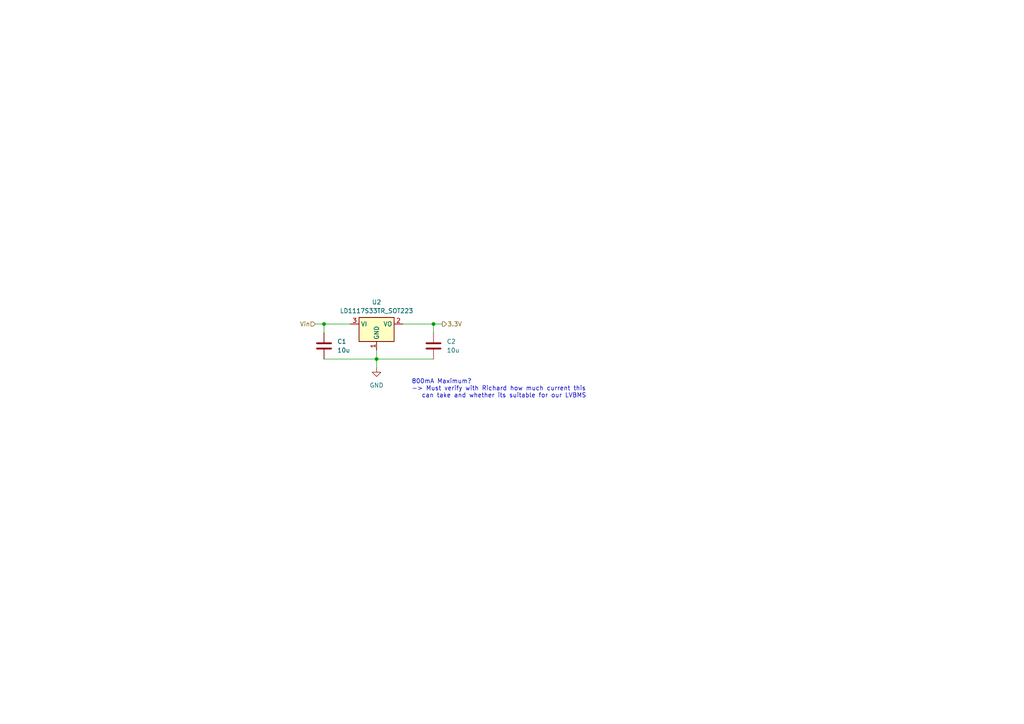
<source format=kicad_sch>
(kicad_sch (version 20230121) (generator eeschema)
  (paper "A4")
  (lib_symbols
    (symbol "Device:C" (pin_numbers hide) (pin_names (offset 0.254))
      (property "Reference" "C" (at 0.635 2.54 0))
      (property "Value" "C" (at 0.635 -2.54 0))
      (symbol "C_0_1"
        (polyline (pts (xy -2.032 -0.762) (xy 2.032 -0.762)) (stroke (width 0.508)))
        (polyline (pts (xy -2.032 0.762) (xy 2.032 0.762)) (stroke (width 0.508)))
      )
      (symbol "C_1_1"
        (pin passive line (at 0 3.81 270) (length 2.794) (name "~") (number "1"))
        (pin passive line (at 0 -3.81 90) (length 2.794) (name "~") (number "2"))
      )
    )
    (symbol "Regulator_Linear:LD1117S33TR_SOT223"
      (property "Reference" "U" (at -3.81 3.175 0))
      (property "Value" "LD1117S33TR_SOT223" (at 0 3.175 0))
      (symbol "LD1117S33TR_SOT223_0_1"
        (rectangle (start -5.08 -5.08) (end 5.08 1.905) (stroke (width 0.254)) (fill (type background)))
      )
      (symbol "LD1117S33TR_SOT223_1_1"
        (pin power_in line (at 0 -7.62 90) (length 2.54) (name "GND") (number "1"))
        (pin power_out line (at 7.62 0 180) (length 2.54) (name "VO") (number "2"))
        (pin power_in line (at -7.62 0 0) (length 2.54) (name "VI") (number "3"))
      )
    )
    (symbol "power:GND" (power) (pin_names (offset 0))
      (property "Value" "GND" (at 0 -3.81 0))
      (symbol "GND_0_1"
        (polyline (pts (xy 0 0) (xy 0 -1.27) (xy 1.27 -1.27) (xy 0 -2.54) (xy -1.27 -1.27) (xy 0 -1.27)))
      )
      (symbol "GND_1_1"
        (pin power_in line (at 0 0 270) (length 0) hide (name "GND") (number "1"))
      )
    )
  )
  (junction (at 93.98 93.98))
  (junction (at 125.73 93.98))
  (junction (at 109.22 104.14))
  (wire (pts (xy 101.6 93.98) (xy 93.98 93.98)))
  (wire (pts (xy 109.22 104.14) (xy 125.73 104.14)))
  (wire (pts (xy 125.73 93.98) (xy 128.27 93.98)))
  (wire (pts (xy 125.73 93.98) (xy 125.73 96.52)))
  (wire (pts (xy 109.22 104.14) (xy 109.22 106.68)))
  (wire (pts (xy 93.98 104.14) (xy 109.22 104.14)))
  (wire (pts (xy 91.44 93.98) (xy 93.98 93.98)))
  (wire (pts (xy 116.84 93.98) (xy 125.73 93.98)))
  (wire (pts (xy 93.98 93.98) (xy 93.98 96.52)))
  (wire (pts (xy 109.22 101.6) (xy 109.22 104.14)))
  (text "800mA Maximum? \n-> Must verify with Richard how much current this\n   can take and whether its suitable for our LVBMS" (at 119.38 115.57 0) (effects (font (size 1.27 1.27)) (justify left bottom)))
  (hierarchical_label "3.3V" (shape output) (at 128.27 93.98 0))
  (hierarchical_label "Vin" (shape input) (at 91.44 93.98 180))
  (symbol (lib_id "Device:C") (at 125.73 100.33 0) (unit 1)
    (property "Reference" "C2" (at 129.54 99.06 0) (effects (justify left)))
    (property "Value" "10u" (at 129.54 101.6 0) (effects (justify left)))
  )
  (symbol (lib_id "Device:C") (at 93.98 100.33 0) (unit 1)
    (property "Reference" "C1" (at 97.79 99.06 0) (effects (justify left)))
    (property "Value" "10u" (at 97.79 101.6 0) (effects (justify left)))
  )
  (symbol (lib_id "power:GND") (at 109.22 106.68 0) (unit 1)
    (property "Reference" "#PWR07" (effects hide))
    (property "Value" "GND" (at 109.22 111.76 0))
  )
  (symbol (lib_id "Regulator_Linear:LD1117S33TR_SOT223") (at 109.22 93.98 0) (unit 1)
    (property "Reference" "U2" (at 109.22 87.63 0))
    (property "Value" "LD1117S33TR_SOT223" (at 109.22 90.17 0))
    (property "Footprint" "Package_TO_SOT_SMD:SOT-223-3_TabPin2" (effects hide))
    (property "Datasheet" "http://www.st.com/st-web-ui/static/active/en/resource/technical/document/datasheet/CD00000544.pdf" (effects hide))
  )
)
</source>
